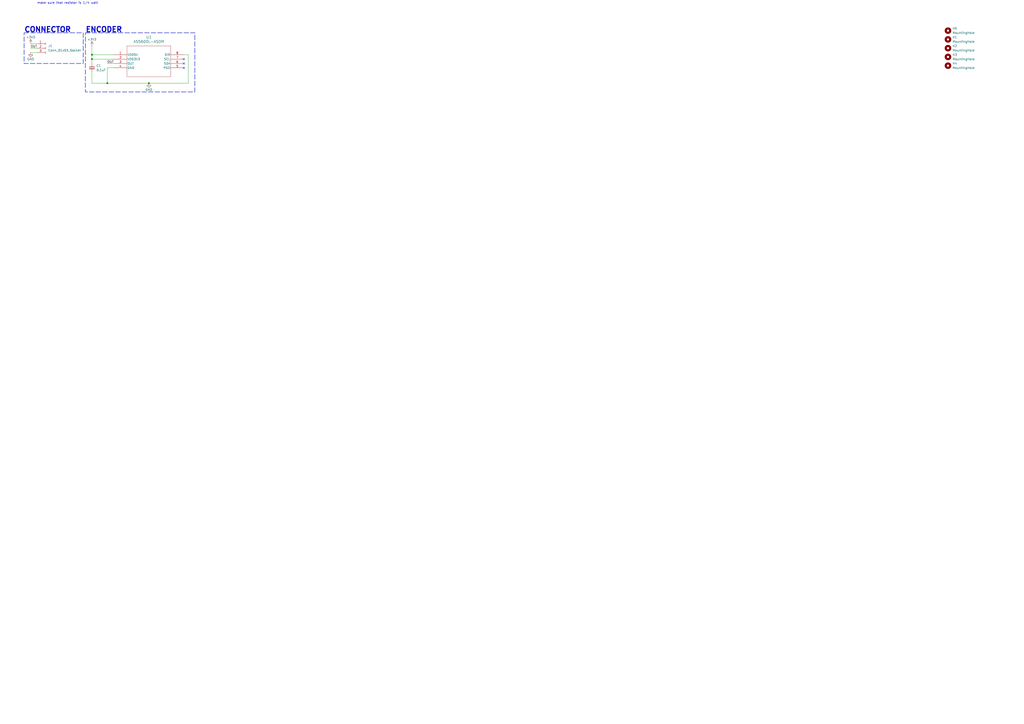
<source format=kicad_sch>
(kicad_sch (version 20230121) (generator eeschema)
  (paper "A2")
  (title_block (title "LINE 3.0 PCB") (date "2023-09-02") (rev "3.0") (company "Team Silverback"))
  (lib_symbols
    (symbol "AS5600:AS5600L-ASOM" (pin_names (offset 0.254))
      (property "Reference" "U" (at 20.32 10.16 0))
      (property "Value" "AS5600L-ASOM" (at 20.32 7.62 0))
      (symbol "AS5600L-ASOM_0_1"
        (polyline (pts (xy 7.62 -12.7) (xy 33.02 -12.7)) (stroke (width 0.127)))
        (polyline (pts (xy 7.62 5.08) (xy 7.62 -12.7)) (stroke (width 0.127)))
        (polyline (pts (xy 33.02 -12.7) (xy 33.02 5.08)) (stroke (width 0.127)))
        (polyline (pts (xy 33.02 5.08) (xy 7.62 5.08)) (stroke (width 0.127)))
        (pin unspecified line (at 0 0 0) (length 7.62) (name "VDD5V") (number "1"))
        (pin unspecified line (at 0 -2.54 0) (length 7.62) (name "VDD3V3") (number "2"))
        (pin unspecified line (at 0 -5.08 0) (length 7.62) (name "OUT") (number "3"))
        (pin unspecified line (at 0 -7.62 0) (length 7.62) (name "GND") (number "4"))
        (pin unspecified line (at 40.64 -7.62 180) (length 7.62) (name "PGO") (number "5"))
        (pin unspecified line (at 40.64 -5.08 180) (length 7.62) (name "SDA") (number "6"))
        (pin unspecified line (at 40.64 -2.54 180) (length 7.62) (name "SCL") (number "7"))
        (pin unspecified line (at 40.64 0 180) (length 7.62) (name "DIR") (number "8"))
      )
    )
    (symbol "Connector:Conn_01x03_Socket" (pin_names (offset 1.016) hide)
      (property "Reference" "J" (at 0 5.08 0))
      (property "Value" "Conn_01x03_Socket" (at 0 -5.08 0))
      (symbol "Conn_01x03_Socket_1_1"
        (arc (start 0 -2.032) (mid -0.5058 -2.54) (end 0 -3.048) (stroke (width 0.1524)))
        (polyline (pts (xy -1.27 -2.54) (xy -0.508 -2.54)) (stroke (width 0.1524)))
        (polyline (pts (xy -1.27 0) (xy -0.508 0)) (stroke (width 0.1524)))
        (polyline (pts (xy -1.27 2.54) (xy -0.508 2.54)) (stroke (width 0.1524)))
        (arc (start 0 0.508) (mid -0.5058 0) (end 0 -0.508) (stroke (width 0.1524)))
        (arc (start 0 3.048) (mid -0.5058 2.54) (end 0 2.032) (stroke (width 0.1524)))
        (pin passive line (at -5.08 2.54 0) (length 3.81) (name "Pin_1") (number "1"))
        (pin passive line (at -5.08 0 0) (length 3.81) (name "Pin_2") (number "2"))
        (pin passive line (at -5.08 -2.54 0) (length 3.81) (name "Pin_3") (number "3"))
      )
    )
    (symbol "Device:C_Small" (pin_numbers hide) (pin_names (offset 0.254) hide)
      (property "Reference" "C" (at 0.254 1.778 0))
      (property "Value" "C_Small" (at 0.254 -2.032 0))
      (symbol "C_Small_0_1"
        (polyline (pts (xy -1.524 -0.508) (xy 1.524 -0.508)) (stroke (width 0.3302)))
        (polyline (pts (xy -1.524 0.508) (xy 1.524 0.508)) (stroke (width 0.3048)))
      )
      (symbol "C_Small_1_1"
        (pin passive line (at 0 2.54 270) (length 2.032) (name "~") (number "1"))
        (pin passive line (at 0 -2.54 90) (length 2.032) (name "~") (number "2"))
      )
    )
    (symbol "Mechanical:MountingHole" (pin_names (offset 1.016))
      (property "Reference" "H" (at 0 5.08 0))
      (property "Value" "MountingHole" (at 0 3.175 0))
      (symbol "MountingHole_0_1"
        (circle (center 0 0) (radius 1.27) (stroke (width 1.27)))
      )
    )
    (symbol "power:+3V3" (power) (pin_names (offset 0))
      (property "Value" "+3V3" (at 0 3.556 0))
      (symbol "+3V3_0_1"
        (polyline (pts (xy -0.762 1.27) (xy 0 2.54)))
        (polyline (pts (xy 0 0) (xy 0 2.54)))
        (polyline (pts (xy 0 2.54) (xy 0.762 1.27)))
      )
      (symbol "+3V3_1_1"
        (pin power_in line (at 0 0 90) (length 0) hide (name "+3V3") (number "1"))
      )
    )
    (symbol "power:GND" (power) (pin_names (offset 0))
      (property "Value" "GND" (at 0 -3.81 0))
      (symbol "GND_0_1"
        (polyline (pts (xy 0 0) (xy 0 -1.27) (xy 1.27 -1.27) (xy 0 -2.54) (xy -1.27 -1.27) (xy 0 -1.27)))
      )
      (symbol "GND_1_1"
        (pin power_in line (at 0 0 270) (length 0) hide (name "GND") (number "1"))
      )
    )
  )
  (junction (at 53.34 34.29))
  (junction (at 53.34 31.75))
  (junction (at 62.23 48.26))
  (junction (at 86.36 48.26))
  (no_connect (at 106.68 34.29))
  (no_connect (at 106.68 39.37))
  (no_connect (at 106.68 36.83))
  (wire (pts (xy 62.23 36.83) (xy 66.04 36.83)))
  (wire (pts (xy 53.34 31.75) (xy 66.04 31.75)))
  (wire (pts (xy 53.34 31.75) (xy 53.34 34.29)))
  (wire (pts (xy 62.23 39.37) (xy 62.23 48.26)))
  (wire (pts (xy 53.34 41.91) (xy 53.34 48.26)))
  (wire (pts (xy 53.34 48.26) (xy 62.23 48.26)))
  (wire (pts (xy 17.78 27.94) (xy 21.59 27.94)))
  (wire (pts (xy 17.78 30.48) (xy 21.59 30.48)))
  (wire (pts (xy 86.36 48.26) (xy 109.22 48.26)))
  (wire (pts (xy 66.04 34.29) (xy 53.34 34.29)))
  (wire (pts (xy 17.78 25.4) (xy 21.59 25.4)))
  (wire (pts (xy 109.22 31.75) (xy 109.22 48.26)))
  (wire (pts (xy 106.68 31.75) (xy 109.22 31.75)))
  (wire (pts (xy 62.23 48.26) (xy 86.36 48.26)))
  (wire (pts (xy 53.34 26.67) (xy 53.34 31.75)))
  (wire (pts (xy 53.34 36.83) (xy 53.34 34.29)))
  (wire (pts (xy 62.23 39.37) (xy 66.04 39.37)))
  (rectangle (start 13.97 19.05) (end 48.26 36.83) (stroke (width 0.254) (type dash)))
  (rectangle (start 49.53 19.05) (end 113.03 53.34) (stroke (width 0.254) (type dash)))
  (text "make sure that resistor is 1/4 watt" (at 21.59 2.54 0) (effects (font (size 1.27 1.27)) (justify left bottom)))
  (text "ENCODER" (at 49.53 19.05 0) (effects (font (size 3 3) (thickness 0.6) bold) (justify left bottom)))
  (text "CONNECTOR" (at 13.97 19.05 0) (effects (font (size 3 3) (thickness 0.6) bold) (justify left bottom)))
  (label "OUT" (at 17.78 27.94 0))
  (label "OUT" (at 62.23 36.83 0))
  (symbol (lib_id "power:GND") (at 17.78 30.48 0) (unit 1)
    (property "Reference" "#PWR02" (effects hide))
    (property "Value" "GND" (at 17.78 34.29 0))
  )
  (symbol (lib_id "Mechanical:MountingHole") (at 549.91 27.94 0) (unit 1)
    (property "Reference" "H2" (at 552.45 26.67 0) (effects (justify left)))
    (property "Value" "MountingHole" (at 552.45 29.21 0) (effects (justify left)))
    (property "Footprint" "MountingHole:MountingHole_3.2mm_M3" (effects hide))
  )
  (symbol (lib_id "AS5600:AS5600L-ASOM") (at 66.04 31.75 0) (unit 1)
    (property "Reference" "U1" (at 86.36 21.59 0) (effects (font (size 1.524 1.524))))
    (property "Value" "AS5600L-ASOM" (at 86.36 24.13 0) (effects (font (size 1.524 1.524))))
    (property "Footprint" "AS5600L-ASOM_AMS" (effects hide))
    (property "Datasheet" "AS5600L-ASOM" (effects hide))
  )
  (symbol (lib_id "Mechanical:MountingHole") (at 549.91 22.86 0) (unit 1)
    (property "Reference" "H1" (at 552.45 21.59 0) (effects (justify left)))
    (property "Value" "MountingHole" (at 552.45 24.13 0) (effects (justify left)))
    (property "Footprint" "MountingHole:MountingHole_2.2mm_M2" (effects hide))
  )
  (symbol (lib_id "Connector:Conn_01x03_Socket") (at 26.67 27.94 0) (unit 1)
    (property "Reference" "J1" (at 27.94 26.67 0) (effects (justify left)))
    (property "Value" "Conn_01x03_Socket" (at 27.94 29.21 0) (effects (justify left)))
    (property "Footprint" "Connector_JST:JST_SH_BM03B-SRSS-TB_1x03-1MP_P1.00mm_Vertical" (effects hide))
  )
  (symbol (lib_id "power:+3V3") (at 53.34 26.67 0) (unit 1)
    (property "Reference" "#PWR05" (effects hide))
    (property "Value" "+3V3" (at 53.34 22.86 0))
  )
  (symbol (lib_id "Mechanical:MountingHole") (at 549.91 38.1 0) (unit 1)
    (property "Reference" "H4" (at 552.45 36.83 0) (effects (justify left)))
    (property "Value" "MountingHole" (at 552.45 39.37 0) (effects (justify left)))
    (property "Footprint" "MountingHole:MountingHole_3.2mm_M3" (effects hide))
  )
  (symbol (lib_id "Mechanical:MountingHole") (at 549.91 17.78 0) (unit 1)
    (property "Reference" "H5" (at 552.45 16.51 0) (effects (justify left)))
    (property "Value" "MountingHole" (at 552.45 19.05 0) (effects (justify left)))
    (property "Footprint" "MountingHole:MountingHole_2.2mm_M2" (effects hide))
  )
  (symbol (lib_id "Device:C_Small") (at 53.34 39.37 0) (unit 1)
    (property "Reference" "C1" (at 55.88 38.1063 0) (effects (justify left)))
    (property "Value" "0.1uF" (at 55.88 40.6463 0) (effects (justify left)))
    (property "Footprint" "Capacitor_SMD:C_0402_1005Metric" (effects hide))
  )
  (symbol (lib_id "power:GND") (at 86.36 48.26 0) (unit 1)
    (property "Reference" "#PWR04" (effects hide))
    (property "Value" "GND" (at 86.36 52.07 0))
  )
  (symbol (lib_id "Mechanical:MountingHole") (at 549.91 33.02 0) (unit 1)
    (property "Reference" "H3" (at 552.45 31.75 0) (effects (justify left)))
    (property "Value" "MountingHole" (at 552.45 34.29 0) (effects (justify left)))
    (property "Footprint" "MountingHole:MountingHole_3.2mm_M3" (effects hide))
  )
  (symbol (lib_id "power:+3V3") (at 17.78 25.4 0) (unit 1)
    (property "Reference" "#PWR01" (effects hide))
    (property "Value" "+3V3" (at 17.78 21.59 0))
  )
)
</source>
